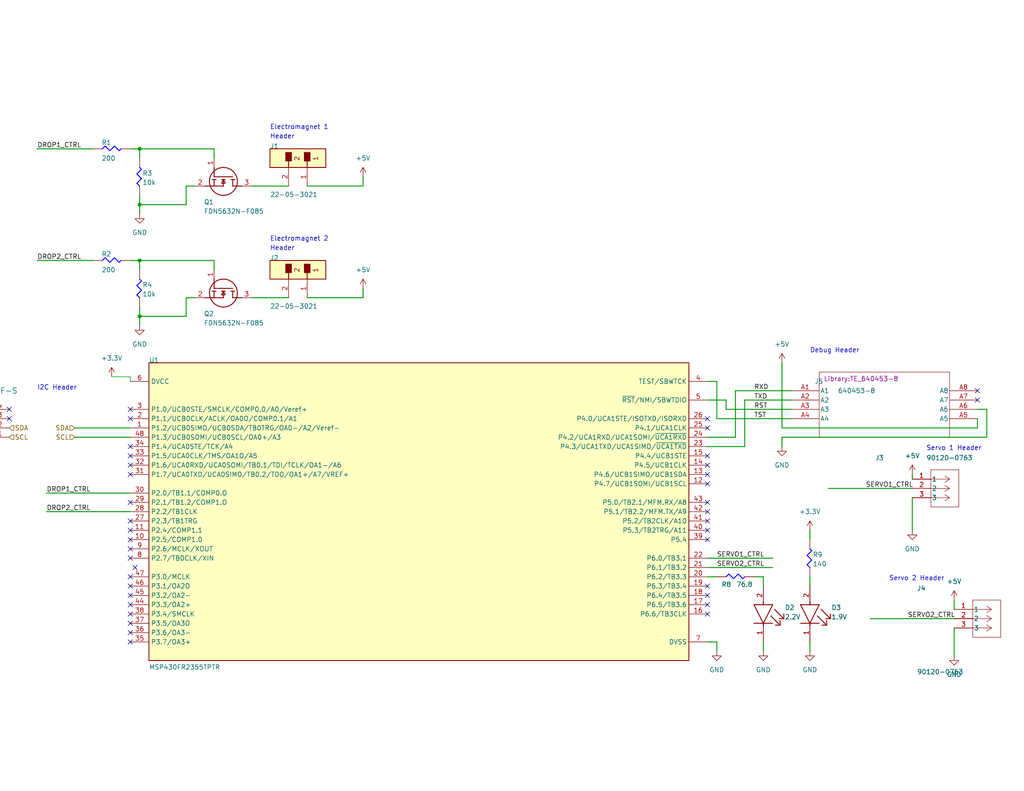
<source format=kicad_sch>
(kicad_sch (version 20230121) (generator eeschema)
  (paper "A")
  (lib_symbols
    (symbol "2024-01-30_02-53-16:SSW-104-03-F-S" (pin_names (offset 0.254))
      (property "Reference" "J" (at 8.89 6.35 0))
      (property "Value" "SSW-104-03-F-S" (at 0 0 0))
      (symbol "SSW-104-03-F-S_1_1"
        (polyline (pts (xy 5.08 -10.16) (xy 12.7 -10.16)) (stroke (width 0.127)))
        (polyline (pts (xy 5.08 2.54) (xy 5.08 -10.16)) (stroke (width 0.127)))
        (polyline (pts (xy 10.16 -7.62) (xy 5.08 -7.62)) (stroke (width 0.127)))
        (polyline (pts (xy 10.16 -7.62) (xy 8.89 -8.4667)) (stroke (width 0.127)))
        (polyline (pts (xy 10.16 -7.62) (xy 8.89 -6.7733)) (stroke (width 0.127)))
        (polyline (pts (xy 10.16 -5.08) (xy 5.08 -5.08)) (stroke (width 0.127)))
        (polyline (pts (xy 10.16 -5.08) (xy 8.89 -5.9267)) (stroke (width 0.127)))
        (polyline (pts (xy 10.16 -5.08) (xy 8.89 -4.2333)) (stroke (width 0.127)))
        (polyline (pts (xy 10.16 -2.54) (xy 5.08 -2.54)) (stroke (width 0.127)))
        (polyline (pts (xy 10.16 -2.54) (xy 8.89 -3.3867)) (stroke (width 0.127)))
        (polyline (pts (xy 10.16 -2.54) (xy 8.89 -1.6933)) (stroke (width 0.127)))
        (polyline (pts (xy 10.16 0) (xy 5.08 0)) (stroke (width 0.127)))
        (polyline (pts (xy 10.16 0) (xy 8.89 -0.8467)) (stroke (width 0.127)))
        (polyline (pts (xy 10.16 0) (xy 8.89 0.8467)) (stroke (width 0.127)))
        (polyline (pts (xy 12.7 -10.16) (xy 12.7 2.54)) (stroke (width 0.127)))
        (polyline (pts (xy 12.7 2.54) (xy 5.08 2.54)) (stroke (width 0.127)))
        (pin unspecified line (at 0 0 0) (length 5.08) (name "1") (number "1"))
        (pin unspecified line (at 0 -2.54 0) (length 5.08) (name "2") (number "2"))
        (pin unspecified line (at 0 -5.08 0) (length 5.08) (name "3") (number "3"))
        (pin unspecified line (at 0 -7.62 0) (length 5.08) (name "4") (number "4"))
      )
      (symbol "SSW-104-03-F-S_1_2"
        (polyline (pts (xy 5.08 -10.16) (xy 12.7 -10.16)) (stroke (width 0.127)))
        (polyline (pts (xy 5.08 2.54) (xy 5.08 -10.16)) (stroke (width 0.127)))
        (polyline (pts (xy 7.62 -7.62) (xy 5.08 -7.62)) (stroke (width 0.127)))
        (polyline (pts (xy 7.62 -7.62) (xy 8.89 -8.4667)) (stroke (width 0.127)))
        (polyline (pts (xy 7.62 -7.62) (xy 8.89 -6.7733)) (stroke (width 0.127)))
        (polyline (pts (xy 7.62 -5.08) (xy 5.08 -5.08)) (stroke (width 0.127)))
        (polyline (pts (xy 7.62 -5.08) (xy 8.89 -5.9267)) (stroke (width 0.127)))
        (polyline (pts (xy 7.62 -5.08) (xy 8.89 -4.2333)) (stroke (width 0.127)))
        (polyline (pts (xy 7.62 -2.54) (xy 5.08 -2.54)) (stroke (width 0.127)))
        (polyline (pts (xy 7.62 -2.54) (xy 8.89 -3.3867)) (stroke (width 0.127)))
        (polyline (pts (xy 7.62 -2.54) (xy 8.89 -1.6933)) (stroke (width 0.127)))
        (polyline (pts (xy 7.62 0) (xy 5.08 0)) (stroke (width 0.127)))
        (polyline (pts (xy 7.62 0) (xy 8.89 -0.8467)) (stroke (width 0.127)))
        (polyline (pts (xy 7.62 0) (xy 8.89 0.8467)) (stroke (width 0.127)))
        (polyline (pts (xy 12.7 -10.16) (xy 12.7 2.54)) (stroke (width 0.127)))
        (polyline (pts (xy 12.7 2.54) (xy 5.08 2.54)) (stroke (width 0.127)))
        (pin unspecified line (at 0 0 0) (length 5.08) (name "1") (number "1"))
        (pin unspecified line (at 0 -2.54 0) (length 5.08) (name "2") (number "2"))
        (pin unspecified line (at 0 -5.08 0) (length 5.08) (name "3") (number "3"))
        (pin unspecified line (at 0 -7.62 0) (length 5.08) (name "4") (number "4"))
      )
    )
    (symbol "2024-02-03_17-19-22:901200763" (pin_names (offset 0.254))
      (property "Reference" "J" (at 8.89 6.35 0))
      (property "Value" "901200763" (at 0 0 0))
      (symbol "901200763_1_1"
        (polyline (pts (xy 5.08 -7.62) (xy 12.7 -7.62)) (stroke (width 0.127)))
        (polyline (pts (xy 5.08 2.54) (xy 5.08 -7.62)) (stroke (width 0.127)))
        (polyline (pts (xy 10.16 -5.08) (xy 5.08 -5.08)) (stroke (width 0.127)))
        (polyline (pts (xy 10.16 -5.08) (xy 8.89 -5.9267)) (stroke (width 0.127)))
        (polyline (pts (xy 10.16 -5.08) (xy 8.89 -4.2333)) (stroke (width 0.127)))
        (polyline (pts (xy 10.16 -2.54) (xy 5.08 -2.54)) (stroke (width 0.127)))
        (polyline (pts (xy 10.16 -2.54) (xy 8.89 -3.3867)) (stroke (width 0.127)))
        (polyline (pts (xy 10.16 -2.54) (xy 8.89 -1.6933)) (stroke (width 0.127)))
        (polyline (pts (xy 10.16 0) (xy 5.08 0)) (stroke (width 0.127)))
        (polyline (pts (xy 10.16 0) (xy 8.89 -0.8467)) (stroke (width 0.127)))
        (polyline (pts (xy 10.16 0) (xy 8.89 0.8467)) (stroke (width 0.127)))
        (polyline (pts (xy 12.7 -7.62) (xy 12.7 2.54)) (stroke (width 0.127)))
        (polyline (pts (xy 12.7 2.54) (xy 5.08 2.54)) (stroke (width 0.127)))
        (pin unspecified line (at 0 0 0) (length 5.08) (name "1") (number "1"))
        (pin unspecified line (at 0 -2.54 0) (length 5.08) (name "2") (number "2"))
        (pin unspecified line (at 0 -5.08 0) (length 5.08) (name "3") (number "3"))
      )
      (symbol "901200763_1_2"
        (polyline (pts (xy 5.08 -7.62) (xy 12.7 -7.62)) (stroke (width 0.127)))
        (polyline (pts (xy 5.08 2.54) (xy 5.08 -7.62)) (stroke (width 0.127)))
        (polyline (pts (xy 7.62 -5.08) (xy 5.08 -5.08)) (stroke (width 0.127)))
        (polyline (pts (xy 7.62 -5.08) (xy 8.89 -5.9267)) (stroke (width 0.127)))
        (polyline (pts (xy 7.62 -5.08) (xy 8.89 -4.2333)) (stroke (width 0.127)))
        (polyline (pts (xy 7.62 -2.54) (xy 5.08 -2.54)) (stroke (width 0.127)))
        (polyline (pts (xy 7.62 -2.54) (xy 8.89 -3.3867)) (stroke (width 0.127)))
        (polyline (pts (xy 7.62 -2.54) (xy 8.89 -1.6933)) (stroke (width 0.127)))
        (polyline (pts (xy 7.62 0) (xy 5.08 0)) (stroke (width 0.127)))
        (polyline (pts (xy 7.62 0) (xy 8.89 -0.8467)) (stroke (width 0.127)))
        (polyline (pts (xy 7.62 0) (xy 8.89 0.8467)) (stroke (width 0.127)))
        (polyline (pts (xy 12.7 -7.62) (xy 12.7 2.54)) (stroke (width 0.127)))
        (polyline (pts (xy 12.7 2.54) (xy 5.08 2.54)) (stroke (width 0.127)))
        (pin unspecified line (at 0 0 0) (length 5.08) (name "1") (number "1"))
        (pin unspecified line (at 0 -2.54 0) (length 5.08) (name "2") (number "2"))
        (pin unspecified line (at 0 -5.08 0) (length 5.08) (name "3") (number "3"))
      )
    )
    (symbol "MSB-altium-import:root_0_ERJ-6ENF76R8V"
      (symbol "root_0_ERJ-6ENF76R8V_1_0"
        (polyline (pts (xy -1.778 0.762) (xy -2.54 0)) (stroke (width 0.254) (color 0 0 255 1)))
        (polyline (pts (xy -1.778 0.762) (xy -0.508 -0.508) (xy 0.762 0.762) (xy 2.032 -0.508) (xy 2.54 0)) (stroke (width 0.254) (color 0 0 255 1)))
        (pin passive line (at -5.08 0 0) (length 2.54) (name "1") (number "1"))
        (pin passive line (at 5.08 0 180) (length 2.54) (name "2") (number "2"))
      )
    )
    (symbol "MSB-altium-import:root_0_ERJ-PB6D2000V"
      (symbol "root_0_ERJ-PB6D2000V_1_0"
        (polyline (pts (xy -1.778 0.762) (xy -2.54 0)) (stroke (width 0.254) (color 0 0 255 1)))
        (polyline (pts (xy -1.778 0.762) (xy -0.508 -0.508) (xy 0.762 0.762) (xy 2.032 -0.508) (xy 2.54 0)) (stroke (width 0.254) (color 0 0 255 1)))
        (pin passive line (at -5.08 0 0) (length 2.54) (name "1") (number "1"))
        (pin passive line (at 5.08 0 180) (length 2.54) (name "2") (number "2"))
      )
    )
    (symbol "MSB-altium-import:root_0_bd983ca6877cdd146f198514b3acb3b"
      (symbol "root_0_bd983ca6877cdd146f198514b3acb3b_1_0"
        (rectangle (start 152.4 5.08) (end 5.08 -76.2) (stroke (width 0.254)) (fill (type background)))
        (pin bidirectional line (at 0 -12.7 0) (length 5.08) (name "P1.2/UCB0SIMO/UCB0SDA/TB0TRG/OA0-/A2/Veref-") (number "1"))
        (pin bidirectional line (at 0 -43.18 0) (length 5.08) (name "P2.5/COMP1.0") (number "10"))
        (pin bidirectional line (at 0 -40.64 0) (length 5.08) (name "P2.4/COMP1.1") (number "11"))
        (pin bidirectional line (at 157.48 -27.94 180) (length 5.08) (name "P4.7/UCB1SOMI/UCB1SCL") (number "12"))
        (pin bidirectional line (at 157.48 -25.4 180) (length 5.08) (name "P4.6/UCB1SIMO/UCB1SDA") (number "13"))
        (pin bidirectional line (at 157.48 -22.86 180) (length 5.08) (name "P4.5/UCB1CLK") (number "14"))
        (pin bidirectional line (at 157.48 -20.32 180) (length 5.08) (name "P4.4/UCB1STE") (number "15"))
        (pin bidirectional line (at 157.48 -63.5 180) (length 5.08) (name "P6.6/TB3CLK") (number "16"))
        (pin bidirectional line (at 157.48 -60.96 180) (length 5.08) (name "P6.5/TB3.6") (number "17"))
        (pin bidirectional line (at 157.48 -58.42 180) (length 5.08) (name "P6.4/TB3.5") (number "18"))
        (pin bidirectional line (at 157.48 -55.88 180) (length 5.08) (name "P6.3/TB3.4") (number "19"))
        (pin bidirectional line (at 0 -10.16 0) (length 5.08) (name "P1.1/UCB0CLK/ACLK/OA0O/COMP0.1/A1") (number "2"))
        (pin bidirectional line (at 157.48 -53.34 180) (length 5.08) (name "P6.2/TB3.3") (number "20"))
        (pin bidirectional line (at 157.48 -50.8 180) (length 5.08) (name "P6.1/TB3.2") (number "21"))
        (pin bidirectional line (at 157.48 -48.26 180) (length 5.08) (name "P6.0/TB3.1") (number "22"))
        (pin bidirectional line (at 157.48 -17.78 180) (length 5.08) (name "P4.3/UCA1TXD/UCA1SIMO/~{UCA1TXD}") (number "23"))
        (pin bidirectional line (at 157.48 -15.24 180) (length 5.08) (name "P4.2/UCA1RXD/UCA1SOMI/~{UCA1RXD}") (number "24"))
        (pin bidirectional line (at 157.48 -12.7 180) (length 5.08) (name "P4.1/UCA1CLK") (number "25"))
        (pin bidirectional line (at 157.48 -10.16 180) (length 5.08) (name "P4.0/UCA1STE/ISOTXD/ISORXD") (number "26"))
        (pin bidirectional line (at 0 -38.1 0) (length 5.08) (name "P2.3/TB1TRG") (number "27"))
        (pin bidirectional line (at 0 -35.56 0) (length 5.08) (name "P2.2/TB1CLK") (number "28"))
        (pin bidirectional line (at 0 -33.02 0) (length 5.08) (name "P2.1/TB1.2/COMP1.O") (number "29"))
        (pin bidirectional line (at 0 -7.62 0) (length 5.08) (name "P1.0/UCB0STE/SMCLK/COMP0.0/A0/Veref+") (number "3"))
        (pin bidirectional line (at 0 -30.48 0) (length 5.08) (name "P2.0/TB1.1/COMP0.O") (number "30"))
        (pin bidirectional line (at 0 -25.4 0) (length 5.08) (name "P1.7/UCA0TXD/UCA0SIMO/TB0.2/TDO/OA1+/A7/VREF+") (number "31"))
        (pin bidirectional line (at 0 -22.86 0) (length 5.08) (name "P1.6/UCA0RXD/UCA0SOMI/TB0.1/TDI/TCLK/OA1-/A6") (number "32"))
        (pin bidirectional line (at 0 -20.32 0) (length 5.08) (name "P1.5/UCA0CLK/TMS/OA1O/A5") (number "33"))
        (pin bidirectional line (at 0 -17.78 0) (length 5.08) (name "P1.4/UCA0STE/TCK/A4") (number "34"))
        (pin bidirectional line (at 0 -71.12 0) (length 5.08) (name "P3.7/OA3+") (number "35"))
        (pin bidirectional line (at 0 -68.58 0) (length 5.08) (name "P3.6/OA3-") (number "36"))
        (pin bidirectional line (at 0 -66.04 0) (length 5.08) (name "P3.5/OA3O") (number "37"))
        (pin bidirectional line (at 0 -63.5 0) (length 5.08) (name "P3.4/SMCLK") (number "38"))
        (pin bidirectional line (at 157.48 -43.18 180) (length 5.08) (name "P5.4") (number "39"))
        (pin bidirectional line (at 157.48 0 180) (length 5.08) (name "TEST/SBWTCK") (number "4"))
        (pin bidirectional line (at 157.48 -40.64 180) (length 5.08) (name "P5.3/TB2TRG/A11") (number "40"))
        (pin bidirectional line (at 157.48 -38.1 180) (length 5.08) (name "P5.2/TB2CLK/A10") (number "41"))
        (pin bidirectional line (at 157.48 -35.56 180) (length 5.08) (name "P5.1/TB2.2/MFM.TX/A9") (number "42"))
        (pin bidirectional line (at 157.48 -33.02 180) (length 5.08) (name "P5.0/TB2.1/MFM.RX/A8") (number "43"))
        (pin bidirectional line (at 0 -60.96 0) (length 5.08) (name "P3.3/OA2+") (number "44"))
        (pin bidirectional line (at 0 -58.42 0) (length 5.08) (name "P3.2/OA2-") (number "45"))
        (pin bidirectional line (at 0 -55.88 0) (length 5.08) (name "P3.1/OA2O") (number "46"))
        (pin bidirectional line (at 0 -53.34 0) (length 5.08) (name "P3.0/MCLK") (number "47"))
        (pin bidirectional line (at 0 -15.24 0) (length 5.08) (name "P1.3/UCB0SOMI/UCB0SCL/OA0+/A3") (number "48"))
        (pin input line (at 157.48 -5.08 180) (length 5.08) (name "~{RST}/NMI/SBWTDIO") (number "5"))
        (pin power_in line (at 0 0 0) (length 5.08) (name "DVCC") (number "6"))
        (pin power_in line (at 157.48 -71.12 180) (length 5.08) (name "DVSS") (number "7"))
        (pin bidirectional line (at 0 -48.26 0) (length 5.08) (name "P2.7/TB0CLK/XIN") (number "8"))
        (pin bidirectional line (at 0 -45.72 0) (length 5.08) (name "P2.6/MCLK/XOUT") (number "9"))
      )
    )
    (symbol "MSB-altium-import:root_1_ERJ-6ENF1002V"
      (symbol "root_1_ERJ-6ENF1002V_1_0"
        (polyline (pts (xy -0.762 -1.778) (xy 0 -2.54)) (stroke (width 0.254) (color 0 0 255 1)))
        (polyline (pts (xy -0.762 -1.778) (xy 0.508 -0.508) (xy -0.762 0.762) (xy 0.508 2.032) (xy 0 2.54)) (stroke (width 0.254) (color 0 0 255 1)))
        (pin passive line (at 0 -5.08 90) (length 2.54) (name "1") (number "1"))
        (pin passive line (at 0 5.08 270) (length 2.54) (name "2") (number "2"))
      )
    )
    (symbol "MSB-altium-import:root_1_ERJ-6ENF1400V"
      (symbol "root_1_ERJ-6ENF1400V_1_0"
        (polyline (pts (xy -0.762 -1.778) (xy 0 -2.54)) (stroke (width 0.254) (color 0 0 255 1)))
        (polyline (pts (xy -0.762 -1.778) (xy 0.508 -0.508) (xy -0.762 0.762) (xy 0.508 2.032) (xy 0 2.54)) (stroke (width 0.254) (color 0 0 255 1)))
        (pin passive line (at 0 -5.08 90) (length 2.54) (name "1") (number "1"))
        (pin passive line (at 0 5.08 270) (length 2.54) (name "2") (number "2"))
      )
    )
    (symbol "MSB-altium-import:root_3_3bc925449376181038e59eaffc5286c"
      (symbol "root_3_3bc925449376181038e59eaffc5286c_1_0"
        (rectangle (start -4.318 9.144) (end -5.842 6.858) (stroke (width 0.254)) (fill (type outline)))
        (polyline (pts (xy -5.08 6.858) (xy -5.08 5.08)) (stroke (width 0.254)))
        (polyline (pts (xy 0 6.858) (xy 0 5.08)) (stroke (width 0.254)))
        (rectangle (start 0.762 9.144) (end -0.762 6.858) (stroke (width 0.254)) (fill (type outline)))
        (rectangle (start 5.08 10.16) (end -10.16 5.08) (stroke (width 0.254)) (fill (type background)))
        (text "1" (at 3.048 6.858 900) (effects (font (size 1.27 1.27)) (justify left bottom)))
        (text "2" (at -2.032 6.858 900) (effects (font (size 1.27 1.27)) (justify left bottom)))
        (pin passive line (at 0 0 90) (length 5.08) (name "1") (number "1"))
        (pin passive line (at -5.08 0 90) (length 5.08) (name "2") (number "2"))
      )
    )
    (symbol "MSB-altium-import:root_3_8706943c75ba83719d021d2fdc84c58"
      (symbol "root_3_8706943c75ba83719d021d2fdc84c58_1_0"
        (polyline (pts (xy -2.54 -5.08) (xy 0 -10.16)) (stroke (width 0.254)))
        (polyline (pts (xy 0 -10.16) (xy 0 -10.922)) (stroke (width 0.254)))
        (polyline (pts (xy 0 -5.08) (xy 0 -4.318)) (stroke (width 0.254)))
        (polyline (pts (xy 2.032 -8.128) (xy 4.572 -10.668)) (stroke (width 0.254)))
        (polyline (pts (xy 2.54 -10.16) (xy -2.54 -10.16)) (stroke (width 0.254)))
        (polyline (pts (xy 2.54 -5.08) (xy -2.54 -5.08)) (stroke (width 0.254)))
        (polyline (pts (xy 2.54 -5.08) (xy 0 -10.16)) (stroke (width 0.254)))
        (polyline (pts (xy 3.048 -6.35) (xy 5.588 -8.89)) (stroke (width 0.254)))
        (polyline (pts (xy 4.572 -10.668) (xy 3.302 -10.668)) (stroke (width 0.254)))
        (polyline (pts (xy 4.572 -10.668) (xy 4.572 -9.398)) (stroke (width 0.254)))
        (polyline (pts (xy 5.588 -8.89) (xy 4.318 -8.89)) (stroke (width 0.254)))
        (polyline (pts (xy 5.588 -8.89) (xy 5.588 -7.62)) (stroke (width 0.254)))
        (pin passive line (at 0 -15.24 90) (length 5.08) (name "C") (number "1"))
        (pin passive line (at 0 0 270) (length 5.08) (name "A") (number "2"))
      )
    )
    (symbol "MSB-altium-import:root_3_FDN5632N-F085"
      (symbol "root_3_FDN5632N-F085_1_0"
        (polyline (pts (xy -2.54 -7.62) (xy 2.54 -7.62)) (stroke (width 0.254)))
        (polyline (pts (xy 0 -7.62) (xy 0 -5.842)) (stroke (width 0.254)))
        (polyline (pts (xy 0 -5.08) (xy 0 -2.54)) (stroke (width 0.254)))
        (polyline (pts (xy 0.508 -5.842) (xy -0.508 -5.842)) (stroke (width 0.254)))
        (polyline (pts (xy 2.54 -5.842) (xy 2.54 -7.62)) (stroke (width 0.254)))
        (polyline (pts (xy 3.048 -5.842) (xy 2.032 -5.842)) (stroke (width 0.254)))
        (polyline (pts (xy 4.572 -5.842) (xy 5.588 -5.842)) (stroke (width 0.254)))
        (polyline (pts (xy 5.08 -5.842) (xy 5.08 -7.62)) (stroke (width 0.254)))
        (polyline (pts (xy 5.08 -5.08) (xy 0 -5.08)) (stroke (width 0.254)))
        (polyline (pts (xy 7.62 -7.62) (xy 5.08 -7.62)) (stroke (width 0.254)))
        (polyline (pts (xy 2.54 -5.842) (xy 3.048 -6.858) (xy 2.032 -6.858) (xy 2.54 -5.842)) (stroke (width 0.254)) (fill (type background)))
        (circle (center 2.54 -6.35) (radius 3.81) (stroke (width 0.254)))
        (pin passive line (at 0 0 270) (length 2.54) (name "G") (number "1"))
        (pin passive line (at -5.08 -7.62 0) (length 2.54) (name "S") (number "2"))
        (pin passive line (at 10.16 -7.62 180) (length 2.54) (name "D") (number "3"))
      )
    )
    (symbol "New_Library:640453-8" (pin_names (offset 0.254))
      (property "Reference" "J5" (at 6.35 2.54 0))
      (property "Value" "640453-8" (at 6.35 0 0))
      (property "Footprint" "Library:TE_640453-8" (at 0 0 0))
      (symbol "640453-8_1_1"
        (polyline (pts (xy 7.62 -12.7) (xy 43.18 -12.7)) (stroke (width 0.127)))
        (polyline (pts (xy 7.62 5.08) (xy 7.62 -12.7)) (stroke (width 0.127)))
        (polyline (pts (xy 43.18 -12.7) (xy 43.18 5.08)) (stroke (width 0.127)))
        (polyline (pts (xy 43.18 5.08) (xy 7.62 5.08)) (stroke (width 0.127)))
        (pin unspecified line (at 0 0 0) (length 7.62) (name "A1") (number "A1"))
        (pin unspecified line (at 0 -2.54 0) (length 7.62) (name "A2") (number "A2"))
        (pin unspecified line (at 0 -5.08 0) (length 7.62) (name "A3") (number "A3"))
        (pin unspecified line (at 0 -7.62 0) (length 7.62) (name "A4") (number "A4"))
        (pin unspecified line (at 50.8 -7.62 180) (length 7.62) (name "A5") (number "A5"))
        (pin unspecified line (at 50.8 -5.08 180) (length 7.62) (name "A6") (number "A6"))
        (pin unspecified line (at 50.8 -2.54 180) (length 7.62) (name "A7") (number "A7"))
        (pin unspecified line (at 50.8 0 180) (length 7.62) (name "A8") (number "A8"))
      )
    )
    (symbol "power:+12V" (power) (pin_names (offset 0))
      (property "Value" "+12V" (at 0 3.556 0))
      (symbol "+12V_0_1"
        (polyline (pts (xy -0.762 1.27) (xy 0 2.54)))
        (polyline (pts (xy 0 0) (xy 0 2.54)))
        (polyline (pts (xy 0 2.54) (xy 0.762 1.27)))
      )
      (symbol "+12V_1_1"
        (pin power_in line (at 0 0 90) (length 0) hide (name "+12V") (number "1"))
      )
    )
    (symbol "power:+3.3V" (power) (pin_names (offset 0))
      (property "Value" "+3.3V" (at 0 3.556 0))
      (symbol "+3.3V_0_1"
        (polyline (pts (xy -0.762 1.27) (xy 0 2.54)))
        (polyline (pts (xy 0 0) (xy 0 2.54)))
        (polyline (pts (xy 0 2.54) (xy 0.762 1.27)))
      )
      (symbol "+3.3V_1_1"
        (pin power_in line (at 0 0 90) (length 0) hide (name "+3.3V") (number "1"))
      )
    )
    (symbol "power:+5V" (power) (pin_names (offset 0))
      (property "Value" "+5V" (at 0 3.556 0))
      (symbol "+5V_0_1"
        (polyline (pts (xy -0.762 1.27) (xy 0 2.54)))
        (polyline (pts (xy 0 0) (xy 0 2.54)))
        (polyline (pts (xy 0 2.54) (xy 0.762 1.27)))
      )
      (symbol "+5V_1_1"
        (pin power_in line (at 0 0 90) (length 0) hide (name "+5V") (number "1"))
      )
    )
    (symbol "power:GND" (power) (pin_names (offset 0))
      (property "Value" "GND" (at 0 -3.81 0))
      (symbol "GND_0_1"
        (polyline (pts (xy 0 0) (xy 0 -1.27) (xy 1.27 -1.27) (xy 0 -2.54) (xy -1.27 -1.27) (xy 0 -1.27)))
      )
      (symbol "GND_1_1"
        (pin power_in line (at 0 0 270) (length 0) hide (name "GND") (number "1"))
      )
    )
  )
  (junction (at 38.1 40.64))
  (junction (at 38.1 86.36))
  (junction (at 38.1 55.88))
  (junction (at 38.1 71.12))
  (no_connect (at 193.04 160.02))
  (no_connect (at 35.56 170.18))
  (no_connect (at 36.83 154.94))
  (no_connect (at 193.04 132.08))
  (no_connect (at 193.04 127))
  (no_connect (at 35.56 175.26))
  (no_connect (at 35.56 142.24))
  (no_connect (at 35.56 129.54))
  (no_connect (at 35.56 144.78))
  (no_connect (at 2.54 114.3))
  (no_connect (at 193.04 137.16))
  (no_connect (at 35.56 111.76))
  (no_connect (at 193.04 116.84))
  (no_connect (at 35.56 162.56))
  (no_connect (at 35.56 157.48))
  (no_connect (at 35.56 152.4))
  (no_connect (at 2.54 111.76))
  (no_connect (at 193.04 147.32))
  (no_connect (at 193.04 144.78))
  (no_connect (at 193.04 139.7))
  (no_connect (at 35.56 114.3))
  (no_connect (at 193.04 142.24))
  (no_connect (at 35.56 121.92))
  (no_connect (at 35.56 137.16))
  (no_connect (at 193.04 165.1))
  (no_connect (at 266.7 109.22))
  (no_connect (at 193.04 114.3))
  (no_connect (at 266.7 106.68))
  (no_connect (at 35.56 149.86))
  (no_connect (at 35.56 127))
  (no_connect (at 193.04 167.64))
  (no_connect (at 193.04 162.56))
  (no_connect (at 35.56 147.32))
  (no_connect (at 193.04 129.54))
  (no_connect (at 193.04 124.46))
  (no_connect (at 35.56 165.1))
  (no_connect (at 35.56 172.72))
  (no_connect (at 35.56 124.46))
  (no_connect (at 35.56 167.64))
  (no_connect (at 35.56 160.02))
  (wire (pts (xy 35.56 71.12) (xy 38.1 71.12)) (stroke (width 0.254)))
  (wire (pts (xy 58.42 71.12) (xy 58.42 73.66)) (stroke (width 0.254)))
  (wire (pts (xy 193.04 152.4) (xy 210.82 152.4)) (stroke (width 0.254)))
  (wire (pts (xy 208.28 157.48) (xy 208.28 160.02)) (stroke (width 0.254)))
  (wire (pts (xy 269.24 119.38) (xy 269.24 111.76)) (stroke (width 0.254)))
  (wire (pts (xy 38.1 71.12) (xy 58.42 71.12)) (stroke (width 0.254)))
  (wire (pts (xy 68.58 81.28) (xy 78.74 81.28)) (stroke (width 0.254)))
  (wire (pts (xy 200.66 106.68) (xy 215.9 106.68)) (stroke (width 0.254)))
  (wire (pts (xy 38.1 40.64) (xy 58.42 40.64)) (stroke (width 0.254)))
  (wire (pts (xy 195.58 114.3) (xy 195.58 104.14)) (stroke (width 0.254)))
  (wire (pts (xy 38.1 55.88) (xy 50.8 55.88)) (stroke (width 0.254)))
  (wire (pts (xy 200.66 119.38) (xy 200.66 106.68)) (stroke (width 0.254)))
  (wire (pts (xy 50.8 81.28) (xy 53.34 81.28)) (stroke (width 0.254)))
  (wire (pts (xy 193.04 175.26) (xy 195.58 175.26)) (stroke (width 0.254)))
  (wire (pts (xy 35.56 119.38) (xy 20.32 119.38)) (stroke (width 0.254)))
  (wire (pts (xy 220.98 175.26) (xy 220.98 177.8)) (stroke (width 0.254)))
  (wire (pts (xy 38.1 88.9) (xy 38.1 86.36)) (stroke (width 0.254)))
  (wire (pts (xy 50.8 50.8) (xy 53.34 50.8)) (stroke (width 0.254)))
  (wire (pts (xy 260.35 166.37) (xy 260.35 163.83)) (stroke (width 0.254)))
  (wire (pts (xy 38.1 40.64) (xy 38.1 43.18)) (stroke (width 0.254)))
  (wire (pts (xy 25.4 71.12) (xy 10.16 71.12)) (stroke (width 0.254)))
  (wire (pts (xy 25.4 40.64) (xy 10.16 40.64)) (stroke (width 0.254)))
  (wire (pts (xy 58.42 40.64) (xy 58.42 43.18)) (stroke (width 0.254)))
  (wire (pts (xy 193.04 157.48) (xy 195.58 157.48)) (stroke (width 0.254)))
  (wire (pts (xy 220.98 160.02) (xy 220.98 157.48)) (stroke (width 0.254)))
  (wire (pts (xy 38.1 83.82) (xy 38.1 86.36)) (stroke (width 0.254)))
  (wire (pts (xy 248.92 135.89) (xy 248.92 144.78)) (stroke (width 0.254)))
  (wire (pts (xy 205.74 157.48) (xy 208.28 157.48)) (stroke (width 0.254)))
  (wire (pts (xy 198.12 111.76) (xy 198.12 109.22)) (stroke (width 0.254)))
  (wire (pts (xy 203.2 109.22) (xy 203.2 121.92)) (stroke (width 0.254)))
  (wire (pts (xy 213.36 119.38) (xy 269.24 119.38)) (stroke (width 0.254)))
  (wire (pts (xy 203.2 121.92) (xy 193.04 121.92)) (stroke (width 0.254)))
  (wire (pts (xy 30.48 102.87) (xy 35.56 102.87)))
  (wire (pts (xy 269.24 111.76) (xy 266.7 111.76)) (stroke (width 0.254)))
  (wire (pts (xy 35.56 102.87) (xy 35.56 104.14)))
  (wire (pts (xy 50.8 55.88) (xy 50.8 50.8)) (stroke (width 0.254)))
  (wire (pts (xy 215.9 114.3) (xy 195.58 114.3)) (stroke (width 0.254)))
  (wire (pts (xy 195.58 175.26) (xy 195.58 177.8)) (stroke (width 0.254)))
  (wire (pts (xy 248.92 130.81) (xy 248.92 129.54)) (stroke (width 0.254)))
  (wire (pts (xy 220.98 147.32) (xy 220.98 144.78)) (stroke (width 0.254)))
  (wire (pts (xy 50.8 86.36) (xy 50.8 81.28)) (stroke (width 0.254)))
  (wire (pts (xy 35.56 40.64) (xy 38.1 40.64)) (stroke (width 0.254)))
  (wire (pts (xy 213.36 119.38) (xy 213.36 121.92)) (stroke (width 0.254)))
  (wire (pts (xy 266.7 116.84) (xy 266.7 114.3)) (stroke (width 0.254)))
  (wire (pts (xy 99.06 50.8) (xy 99.06 48.26)) (stroke (width 0.254)))
  (wire (pts (xy 68.58 50.8) (xy 78.74 50.8)) (stroke (width 0.254)))
  (wire (pts (xy 83.82 81.28) (xy 99.06 81.28)) (stroke (width 0.254)))
  (wire (pts (xy 35.56 134.62) (xy 12.7 134.62)) (stroke (width 0.254)))
  (wire (pts (xy 35.56 116.84) (xy 20.32 116.84)) (stroke (width 0.254)))
  (wire (pts (xy 193.04 109.22) (xy 198.12 109.22)) (stroke (width 0.254)))
  (wire (pts (xy 38.1 58.42) (xy 38.1 55.88)) (stroke (width 0.254)))
  (wire (pts (xy 237.49 168.91) (xy 260.35 168.91)) (stroke (width 0.254)))
  (wire (pts (xy 99.06 81.28) (xy 99.06 78.74)) (stroke (width 0.254)))
  (wire (pts (xy 193.04 154.94) (xy 210.82 154.94)) (stroke (width 0.254)))
  (wire (pts (xy 260.35 171.45) (xy 260.35 179.07)) (stroke (width 0.254)))
  (wire (pts (xy 35.56 139.7) (xy 12.7 139.7)) (stroke (width 0.254)))
  (wire (pts (xy 213.36 116.84) (xy 266.7 116.84)) (stroke (width 0.254)))
  (wire (pts (xy 195.58 104.14) (xy 193.04 104.14)) (stroke (width 0.254)))
  (wire (pts (xy 38.1 71.12) (xy 38.1 73.66)) (stroke (width 0.254)))
  (wire (pts (xy 215.9 111.76) (xy 198.12 111.76)) (stroke (width 0.254)))
  (wire (pts (xy 215.9 109.22) (xy 203.2 109.22)) (stroke (width 0.254)))
  (wire (pts (xy 83.82 50.8) (xy 99.06 50.8)) (stroke (width 0.254)))
  (wire (pts (xy 38.1 53.34) (xy 38.1 55.88)) (stroke (width 0.254)))
  (wire (pts (xy 208.28 175.26) (xy 208.28 177.8)) (stroke (width 0.254)))
  (wire (pts (xy 38.1 86.36) (xy 50.8 86.36)) (stroke (width 0.254)))
  (wire (pts (xy 193.04 119.38) (xy 200.66 119.38)) (stroke (width 0.254)))
  (wire (pts (xy 213.36 116.84) (xy 213.36 99.06)) (stroke (width 0.254)))
  (wire (pts (xy 226.06 133.35) (xy 248.92 133.35)) (stroke (width 0.254)))
  (text "Debug Header" (at 220.98 96.52 0) (effects (font (size 1.27 1.27)) (justify left bottom)))
  (text "Servo 1 Header" (at 252.73 123.19 0) (effects (font (size 1.27 1.27)) (justify left bottom)))
  (text "I2C Header" (at 10.16 106.68 0) (effects (font (size 1.27 1.27)) (justify left bottom)))
  (text "Header" (at 73.66 68.58 0) (effects (font (size 1.27 1.27)) (justify left bottom)))
  (text "Electromagnet 2" (at 73.66 66.04 0) (effects (font (size 1.27 1.27)) (justify left bottom)))
  (text "Electromagnet 1" (at 73.66 35.56 0) (effects (font (size 1.27 1.27)) (justify left bottom)))
  (text "Header" (at 73.66 38.1 0) (effects (font (size 1.27 1.27)) (justify left bottom)))
  (text "Servo 2 Header" (at 242.57 158.75 0) (effects (font (size 1.27 1.27)) (justify left bottom)))
  (label "RXD" (at 205.74 106.68 0))
  (label "DROP2_CTRL" (at 10.16 71.12 0))
  (label "RST" (at 205.74 111.76 0))
  (label "DROP1_CTRL" (at 10.16 40.64 0))
  (label "SERVO1_CTRL" (at 236.22 133.35 0))
  (label "SERVO2_CTRL" (at 195.58 154.94 0))
  (label "TXD" (at 205.74 109.22 0))
  (label "DROP1_CTRL" (at 12.7 134.62 0))
  (label "TST" (at 205.74 114.3 0))
  (label "DROP2_CTRL" (at 12.7 139.7 0))
  (label "SERVO1_CTRL" (at 195.58 152.4 0))
  (label "SERVO2_CTRL" (at 247.65 168.91 0))
  (hierarchical_label "SDA" (shape input) (at 20.32 116.84 180))
  (hierarchical_label "SCL" (shape input) (at 20.32 119.38 180))
  (hierarchical_label "SDA" (shape input) (at 2.54 116.84 0))
  (hierarchical_label "SCL" (shape input) (at 2.54 119.38 0))
  (symbol (lib_id "power:GND") (at 38.1 58.42 0) (unit 1)
    (property "Reference" "#PWR014" (effects hide))
    (property "Value" "GND" (at 38.1 63.5 0))
  )
  (symbol (lib_id "MSB-altium-import:root_3_8706943c75ba83719d021d2fdc84c58") (at 208.28 160.02 0) (unit 1)
    (property "Reference" "D2" (at 214.122 166.624 0) (effects (justify left bottom)))
    (property "Value" "2.2V" (at 214.122 169.164 0) (effects (justify left bottom)))
    (property "Footprint" "AltiumImport:FP-LTST-C171GKT-MFG" (effects hide))
    (property "ALTIUM_VALUE" "2.1V" (effects hide))
    (property "Part Number" "LTST-C171GKT" (effects hide))
  )
  (symbol (lib_id "MSB-altium-import:root_3_FDN5632N-F085") (at 58.42 43.18 0) (unit 1)
    (property "Reference" "Q1" (at 55.626 55.88 0) (effects (justify left bottom)))
    (property "Value" "FDN5632N-F085" (at 55.626 58.42 0) (effects (justify left bottom)))
    (property "Footprint" "AltiumImport:SOT95P237X122-3N" (effects hide))
    (property "Part Number" "FDN5632N-F085" (effects hide))
  )
  (symbol (lib_id "power:+5V") (at 260.35 163.83 0) (unit 1)
    (property "Reference" "#PWR017" (effects hide))
    (property "Value" "+5V" (at 260.35 158.75 0))
  )
  (symbol (lib_id "MSB-altium-import:root_3_8706943c75ba83719d021d2fdc84c58") (at 220.98 160.02 0) (unit 1)
    (property "Reference" "D3" (at 226.822 166.624 0) (effects (justify left bottom)))
    (property "Value" "1.9V" (at 226.822 169.164 0) (effects (justify left bottom)))
    (property "Footprint" "AltiumImport:FP-150080SS75000-MFG" (effects hide))
    (property "ALTIUM_VALUE" "1.9V" (effects hide))
    (property "Part Number" "150080SS75000" (effects hide))
  )
  (symbol (lib_id "MSB-altium-import:root_0_ERJ-PB6D2000V") (at 30.48 71.12 0) (unit 1)
    (property "Reference" "R2" (at 27.686 70.104 0) (effects (justify left bottom)))
    (property "Value" "200" (at 27.686 74.422 0) (effects (justify left bottom)))
    (property "Footprint" "AltiumImport:SMD-0805-RES" (effects hide))
    (property "ALTIUM_VALUE" "200" (effects hide))
    (property "Part Number" "ERJ-PB6D2000V" (effects hide))
  )
  (symbol (lib_id "MSB-altium-import:root_3_3bc925449376181038e59eaffc5286c") (at 83.82 50.8 0) (unit 1)
    (property "Reference" "J1" (at 73.66 40.64 0) (effects (justify left bottom)))
    (property "Value" "22-05-3021" (at 73.66 53.848 0) (effects (justify left bottom)))
    (property "Footprint" "AltiumImport:FP-22-05-3021-MFG" (effects hide))
    (property "Part Number" "22-05-3021" (effects hide))
  )
  (symbol (lib_id "MSB-altium-import:root_3_FDN5632N-F085") (at 58.42 73.66 0) (unit 1)
    (property "Reference" "Q2" (at 55.626 86.36 0) (effects (justify left bottom)))
    (property "Value" "FDN5632N-F085" (at 55.626 88.9 0) (effects (justify left bottom)))
    (property "Footprint" "AltiumImport:SOT95P237X122-3N" (effects hide))
    (property "Part Number" "FDN5632N-F085" (effects hide))
  )
  (symbol (lib_id "2024-02-03_17-19-22:901200763") (at 260.35 166.37 0) (unit 1)
    (property "Reference" "J4" (at 250.19 161.29 0) (effects (justify left bottom)))
    (property "Value" "90120-0763" (at 250.19 184.15 0) (effects (justify left bottom)))
    (property "Footprint" "CONN_901200763_MOL" (effects hide))
    (property "Datasheet" "901200763" (effects hide))
    (property "Part Number" "90120-0763" (effects hide))
  )
  (symbol (lib_id "2024-02-03_17-19-22:901200763") (at 248.92 130.81 0) (unit 1)
    (property "Reference" "J3" (at 238.76 125.73 0) (effects (justify left bottom)))
    (property "Value" "90120-0763" (at 252.73 125.73 0) (effects (justify left bottom)))
    (property "Footprint" "CONN_901200763_MOL" (effects hide))
    (property "Datasheet" "901200763" (effects hide))
    (property "Part Number" "90120-0763" (effects hide))
  )
  (symbol (lib_id "power:GND") (at -16.51 39.37 90) (unit 1)
    (property "Reference" "#PWR04" (effects hide))
    (property "Value" "GND" (at -12.7 39.37 90) (effects (justify right)))
  )
  (symbol (lib_id "MSB-altium-import:root_0_ERJ-6ENF76R8V") (at 200.66 157.48 0) (unit 1)
    (property "Reference" "R8" (at 196.85 160.274 0) (effects (justify left bottom)))
    (property "Value" "76.8" (at 200.914 160.274 0) (effects (justify left bottom)))
    (property "Footprint" "AltiumImport:SMD-0805-RES" (effects hide))
    (property "ALTIUM_VALUE" "76.8" (effects hide))
    (property "Part Number" "ERJ-6ENF76R8V" (effects hide))
  )
  (symbol (lib_id "power:+12V") (at -16.51 31.75 270) (unit 1)
    (property "Reference" "#PWR01" (effects hide))
    (property "Value" "+12V" (at -12.7 31.75 90) (effects (justify left)))
  )
  (symbol (lib_id "power:GND") (at 248.92 144.78 0) (unit 1)
    (property "Reference" "#PWR012" (effects hide))
    (property "Value" "GND" (at 248.92 149.86 0))
  )
  (symbol (lib_id "power:+5V") (at 213.36 99.06 0) (unit 1)
    (property "Reference" "#PWR019" (effects hide))
    (property "Value" "+5V" (at 213.36 93.98 0))
  )
  (symbol (lib_id "MSB-altium-import:root_0_bd983ca6877cdd146f198514b3acb3b") (at 35.56 104.14 0) (unit 1)
    (property "Reference" "U1" (at 40.64 99.06 0) (effects (justify left bottom)))
    (property "Value" "MSP430FR2355TPTR" (at 40.64 182.88 0) (effects (justify left bottom)))
    (property "Footprint" "AltiumImport:FP-PT0048A-MFG" (effects hide))
    (property "Part Number" "MSP430FR2355TPTR" (effects hide))
  )
  (symbol (lib_id "2024-01-30_02-53-16:SSW-104-03-F-S") (at 2.54 119.38 180) (unit 1)
    (property "Reference" "J7" (at -6.35 104.14 0) (effects (font (size 1.524 1.524))))
    (property "Value" "SSW-104-03-F-S" (at -6.35 106.68 0) (effects (font (size 1.524 1.524))))
    (property "Footprint" "CON4_1X4_TU_SSQ" (effects hide))
    (property "Datasheet" "SSW-104-03-F-S" (effects hide))
  )
  (symbol (lib_id "MSB-altium-import:root_1_ERJ-6ENF1400V") (at 220.98 152.4 0) (unit 1)
    (property "Reference" "R9" (at 221.742 152.146 0) (effects (justify left bottom)))
    (property "Value" "140" (at 221.742 154.686 0) (effects (justify left bottom)))
    (property "Footprint" "AltiumImport:SMD-0805-RES" (effects hide))
    (property "ALTIUM_VALUE" "140" (effects hide))
    (property "Part Number" "ERJ-6ENF1400V" (effects hide))
  )
  (symbol (lib_id "New_Library:640453-8") (at 215.9 106.68 0) (unit 1)
    (property "Reference" "J5" (at 222.25 104.14 0) (effects (justify left)))
    (property "Value" "640453-8" (at 228.6 106.68 0) (effects (justify left)))
    (property "Footprint" "Library:TE_640453-8" (at 234.95 104.14 0) (effects (justify bottom)))
    (property "Datasheet" "640453-8" (effects hide))
    (property "PARTREV" "R" (effects hide))
    (property "MANUFACTURER" "TE" (effects hide))
    (property "STANDARD" "Manufacturer Recommendations" (effects hide))
  )
  (symbol (lib_id "2024-01-30_02-53-16:SSW-104-03-F-S") (at -16.51 39.37 180) (unit 1)
    (property "Reference" "J6" (at -25.4 24.13 0) (effects (font (size 1.524 1.524))))
    (property "Value" "SSW-104-03-F-S" (at -25.4 26.67 0) (effects (font (size 1.524 1.524))))
    (property "Footprint" "CON4_1X4_TU_SSQ" (effects hide))
    (property "Datasheet" "SSW-104-03-F-S" (effects hide))
  )
  (symbol (lib_id "power:+5V") (at 99.06 48.26 0) (unit 1)
    (property "Reference" "#PWR015" (effects hide))
    (property "Value" "+5V" (at 99.06 43.18 0))
  )
  (symbol (lib_id "power:+5V") (at 99.06 78.74 0) (unit 1)
    (property "Reference" "#PWR018" (effects hide))
    (property "Value" "+5V" (at 99.06 73.66 0))
  )
  (symbol (lib_id "power:+3.3V") (at -16.51 36.83 270) (unit 1)
    (property "Reference" "#PWR03" (effects hide))
    (property "Value" "+3.3V" (at -12.7 36.83 90) (effects (justify left)))
  )
  (symbol (lib_id "MSB-altium-import:root_1_ERJ-6ENF1002V") (at 38.1 48.26 0) (unit 1)
    (property "Reference" "R3" (at 38.862 48.006 0) (effects (justify left bottom)))
    (property "Value" "10k" (at 38.862 50.546 0) (effects (justify left bottom)))
    (property "Footprint" "AltiumImport:SMD-0805-RES" (effects hide))
    (property "ALTIUM_VALUE" "10k" (effects hide))
    (property "Part Number" "ERJ-6ENF1002V" (effects hide))
  )
  (symbol (lib_id "power:GND") (at 260.35 179.07 0) (unit 1)
    (property "Reference" "#PWR011" (effects hide))
    (property "Value" "GND" (at 260.35 184.15 0))
  )
  (symbol (lib_id "power:GND") (at 195.58 177.8 0) (unit 1)
    (property "Reference" "#PWR08" (effects hide))
    (property "Value" "GND" (at 195.58 182.88 0))
  )
  (symbol (lib_id "power:GND") (at 220.98 177.8 0) (unit 1)
    (property "Reference" "#PWR07" (effects hide))
    (property "Value" "GND" (at 220.98 182.88 0))
  )
  (symbol (lib_id "MSB-altium-import:root_1_ERJ-6ENF1002V") (at 38.1 78.74 0) (unit 1)
    (property "Reference" "R4" (at 38.862 78.486 0) (effects (justify left bottom)))
    (property "Value" "10k" (at 38.862 81.026 0) (effects (justify left bottom)))
    (property "Footprint" "AltiumImport:SMD-0805-RES" (effects hide))
    (property "ALTIUM_VALUE" "10k" (effects hide))
    (property "Part Number" "ERJ-6ENF1002V" (effects hide))
  )
  (symbol (lib_id "power:+5V") (at -16.51 34.29 270) (unit 1)
    (property "Reference" "#PWR02" (effects hide))
    (property "Value" "+5V" (at -12.7 34.29 90) (effects (justify left)))
  )
  (symbol (lib_id "power:+5V") (at 248.92 129.54 0) (unit 1)
    (property "Reference" "#PWR016" (effects hide))
    (property "Value" "+5V" (at 248.92 124.46 0))
  )
  (symbol (lib_id "power:+3.3V") (at 30.48 102.87 0) (unit 1)
    (property "Reference" "#PWR05" (effects hide))
    (property "Value" "+3.3V" (at 30.48 97.79 0))
  )
  (symbol (lib_id "power:GND") (at 213.36 121.92 0) (unit 1)
    (property "Reference" "#PWR010" (effects hide))
    (property "Value" "GND" (at 213.36 127 0))
  )
  (symbol (lib_id "power:GND") (at 38.1 88.9 0) (unit 1)
    (property "Reference" "#PWR013" (effects hide))
    (property "Value" "GND" (at 38.1 93.98 0))
  )
  (symbol (lib_id "power:GND") (at 208.28 177.8 0) (unit 1)
    (property "Reference" "#PWR09" (effects hide))
    (property "Value" "GND" (at 208.28 182.88 0))
  )
  (symbol (lib_id "MSB-altium-import:root_3_3bc925449376181038e59eaffc5286c") (at 83.82 81.28 0) (unit 1)
    (property "Reference" "J2" (at 73.66 71.12 0) (effects (justify left bottom)))
    (property "Value" "22-05-3021" (at 73.66 84.328 0) (effects (justify left bottom)))
    (property "Footprint" "AltiumImport:FP-22-05-3021-MFG" (effects hide))
    (property "Part Number" "22-05-3021" (effects hide))
  )
  (symbol (lib_id "MSB-altium-import:root_0_ERJ-PB6D2000V") (at 30.48 40.64 0) (unit 1)
    (property "Reference" "R1" (at 27.686 39.624 0) (effects (justify left bottom)))
    (property "Value" "200" (at 27.686 43.942 0) (effects (justify left bottom)))
    (property "Footprint" "AltiumImport:SMD-0805-RES" (effects hide))
    (property "ALTIUM_VALUE" "200" (effects hide))
    (property "Part Number" "ERJ-PB6D2000V" (effects hide))
  )
  (symbol (lib_id "power:+3.3V") (at 220.98 144.78 0) (unit 1)
    (property "Reference" "#PWR06" (effects hide))
    (property "Value" "+3.3V" (at 220.98 139.7 0))
  )
)
</source>
